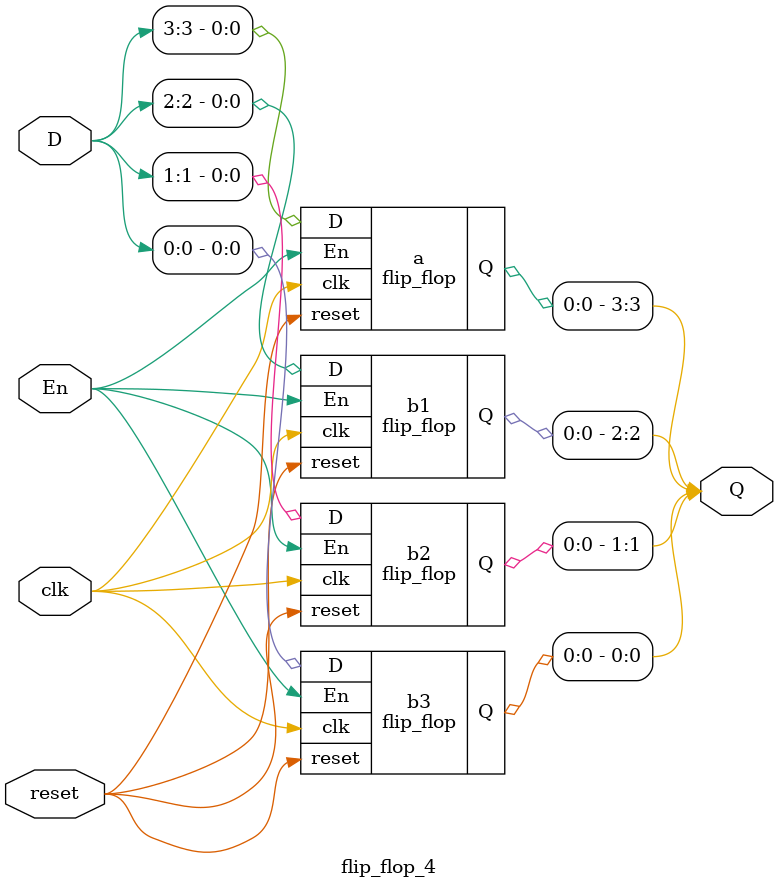
<source format=v>
module flip_flop(input clk, reset,En, D, output reg Q);
  always @ (posedge clk or posedge reset)begin
    if (reset)
      Q <= 1'b0;
    else if (En)
      Q <= D;
  end
endmodule

module flip_flop_4(input clk, reset, En, input wire [3:0]D, output[3:0]Q);

  flip_flop a(clk, reset, En, D[3], Q[3]);
  flip_flop b1(clk, reset, En, D[2], Q[2]);
  flip_flop b2(clk, reset, En, D[1], Q[1]);
  flip_flop b3(clk, reset, En, D[0], Q[0]);

endmodule

</source>
